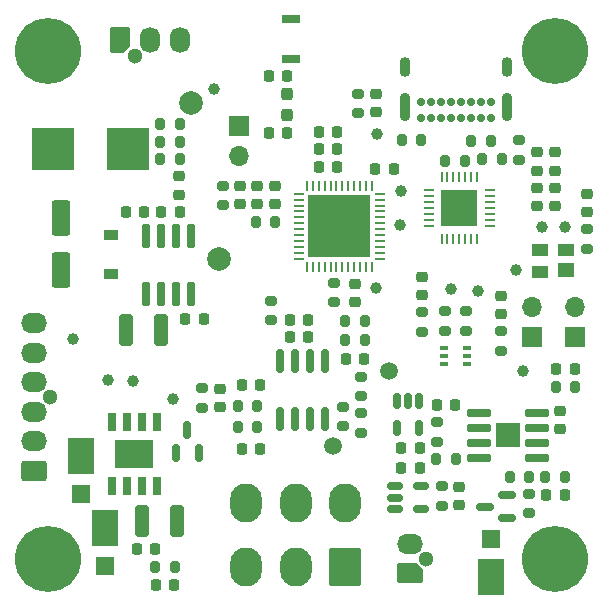
<source format=gbr>
%TF.GenerationSoftware,KiCad,Pcbnew,(6.0.2)*%
%TF.CreationDate,2022-07-13T14:29:09+01:00*%
%TF.ProjectId,Actuators Board,41637475-6174-46f7-9273-20426f617264,rev?*%
%TF.SameCoordinates,Original*%
%TF.FileFunction,Soldermask,Top*%
%TF.FilePolarity,Negative*%
%FSLAX46Y46*%
G04 Gerber Fmt 4.6, Leading zero omitted, Abs format (unit mm)*
G04 Created by KiCad (PCBNEW (6.0.2)) date 2022-07-13 14:29:09*
%MOMM*%
%LPD*%
G01*
G04 APERTURE LIST*
G04 Aperture macros list*
%AMRoundRect*
0 Rectangle with rounded corners*
0 $1 Rounding radius*
0 $2 $3 $4 $5 $6 $7 $8 $9 X,Y pos of 4 corners*
0 Add a 4 corners polygon primitive as box body*
4,1,4,$2,$3,$4,$5,$6,$7,$8,$9,$2,$3,0*
0 Add four circle primitives for the rounded corners*
1,1,$1+$1,$2,$3*
1,1,$1+$1,$4,$5*
1,1,$1+$1,$6,$7*
1,1,$1+$1,$8,$9*
0 Add four rect primitives between the rounded corners*
20,1,$1+$1,$2,$3,$4,$5,0*
20,1,$1+$1,$4,$5,$6,$7,0*
20,1,$1+$1,$6,$7,$8,$9,0*
20,1,$1+$1,$8,$9,$2,$3,0*%
%AMFreePoly0*
4,1,23,0.945671,0.830970,1.026777,0.776777,1.080970,0.695671,1.100000,0.600000,1.100000,-0.600000,1.080970,-0.695671,1.026777,-0.776777,0.945671,-0.830970,0.850000,-0.850000,-0.450000,-0.850000,-0.545671,-0.830970,-0.626777,-0.776777,-0.626779,-0.776774,-1.026777,-0.376777,-1.080970,-0.295671,-1.100000,-0.200000,-1.100000,0.600000,-1.080970,0.695671,-1.026777,0.776777,-0.945671,0.830970,
-0.850000,0.850000,0.850000,0.850000,0.945671,0.830970,0.945671,0.830970,$1*%
G04 Aperture macros list end*
%ADD10R,1.700000X1.700000*%
%ADD11O,1.700000X1.700000*%
%ADD12C,2.000000*%
%ADD13RoundRect,0.200000X0.200000X0.275000X-0.200000X0.275000X-0.200000X-0.275000X0.200000X-0.275000X0*%
%ADD14RoundRect,0.200000X-0.200000X-0.275000X0.200000X-0.275000X0.200000X0.275000X-0.200000X0.275000X0*%
%ADD15C,1.000000*%
%ADD16C,5.600000*%
%ADD17RoundRect,0.200000X-0.275000X0.200000X-0.275000X-0.200000X0.275000X-0.200000X0.275000X0.200000X0*%
%ADD18R,1.520000X1.500000*%
%ADD19R,2.200000X3.100000*%
%ADD20RoundRect,0.237500X0.237500X-0.287500X0.237500X0.287500X-0.237500X0.287500X-0.237500X-0.287500X0*%
%ADD21RoundRect,0.250000X-0.325000X-1.100000X0.325000X-1.100000X0.325000X1.100000X-0.325000X1.100000X0*%
%ADD22RoundRect,0.225000X0.225000X0.250000X-0.225000X0.250000X-0.225000X-0.250000X0.225000X-0.250000X0*%
%ADD23RoundRect,0.200000X0.275000X-0.200000X0.275000X0.200000X-0.275000X0.200000X-0.275000X-0.200000X0*%
%ADD24RoundRect,0.225000X-0.225000X-0.250000X0.225000X-0.250000X0.225000X0.250000X-0.225000X0.250000X0*%
%ADD25R,0.700000X1.525000*%
%ADD26R,3.200000X2.400000*%
%ADD27C,1.300000*%
%ADD28RoundRect,0.250000X0.850000X0.600000X-0.850000X0.600000X-0.850000X-0.600000X0.850000X-0.600000X0*%
%ADD29O,2.200000X1.700000*%
%ADD30RoundRect,0.250000X-0.550000X1.250000X-0.550000X-1.250000X0.550000X-1.250000X0.550000X1.250000X0*%
%ADD31RoundRect,0.250001X1.099999X1.399999X-1.099999X1.399999X-1.099999X-1.399999X1.099999X-1.399999X0*%
%ADD32O,2.700000X3.300000*%
%ADD33RoundRect,0.225000X-0.250000X0.225000X-0.250000X-0.225000X0.250000X-0.225000X0.250000X0.225000X0*%
%ADD34RoundRect,0.150000X0.587500X0.150000X-0.587500X0.150000X-0.587500X-0.150000X0.587500X-0.150000X0*%
%ADD35RoundRect,0.218750X-0.218750X-0.256250X0.218750X-0.256250X0.218750X0.256250X-0.218750X0.256250X0*%
%ADD36RoundRect,0.218750X-0.256250X0.218750X-0.256250X-0.218750X0.256250X-0.218750X0.256250X0.218750X0*%
%ADD37RoundRect,0.150000X-0.512500X-0.150000X0.512500X-0.150000X0.512500X0.150000X-0.512500X0.150000X0*%
%ADD38C,0.700000*%
%ADD39O,0.900000X1.700000*%
%ADD40O,0.900000X2.400000*%
%ADD41RoundRect,0.225000X0.250000X-0.225000X0.250000X0.225000X-0.250000X0.225000X-0.250000X-0.225000X0*%
%ADD42RoundRect,0.218750X0.256250X-0.218750X0.256250X0.218750X-0.256250X0.218750X-0.256250X-0.218750X0*%
%ADD43C,1.500000*%
%ADD44RoundRect,0.042000X0.258000X-0.943000X0.258000X0.943000X-0.258000X0.943000X-0.258000X-0.943000X0*%
%ADD45R,1.200000X0.900000*%
%ADD46RoundRect,0.042000X0.943000X0.258000X-0.943000X0.258000X-0.943000X-0.258000X0.943000X-0.258000X0*%
%ADD47R,2.150000X2.150000*%
%ADD48RoundRect,0.250000X0.325000X1.100000X-0.325000X1.100000X-0.325000X-1.100000X0.325000X-1.100000X0*%
%ADD49RoundRect,0.150000X-0.150000X0.825000X-0.150000X-0.825000X0.150000X-0.825000X0.150000X0.825000X0*%
%ADD50FreePoly0,90.000000*%
%ADD51O,1.700000X2.200000*%
%ADD52R,0.650000X0.400000*%
%ADD53RoundRect,0.150000X-0.150000X0.512500X-0.150000X-0.512500X0.150000X-0.512500X0.150000X0.512500X0*%
%ADD54R,0.900000X0.254000*%
%ADD55R,0.254000X0.900000*%
%ADD56R,3.100000X3.100000*%
%ADD57RoundRect,0.062500X-0.337500X-0.062500X0.337500X-0.062500X0.337500X0.062500X-0.337500X0.062500X0*%
%ADD58RoundRect,0.062500X-0.062500X-0.337500X0.062500X-0.337500X0.062500X0.337500X-0.062500X0.337500X0*%
%ADD59R,5.300000X5.300000*%
%ADD60R,1.600000X0.800000*%
%ADD61R,3.600000X3.600000*%
%ADD62RoundRect,0.150000X0.150000X-0.587500X0.150000X0.587500X-0.150000X0.587500X-0.150000X-0.587500X0*%
%ADD63R,1.400000X1.200000*%
%ADD64R,1.400000X1.000000*%
%ADD65FreePoly0,180.000000*%
G04 APERTURE END LIST*
D10*
%TO.C,J6*%
X74670000Y-39830000D03*
D11*
X74670000Y-42370000D03*
%TD*%
D12*
%TO.C,TP14*%
X72980000Y-51060000D03*
%TD*%
D13*
%TO.C,R13*%
X102300000Y-69500000D03*
X100650000Y-69500000D03*
%TD*%
D14*
%TO.C,R4*%
X67625000Y-77150000D03*
X69275000Y-77150000D03*
%TD*%
D15*
%TO.C,TP24*%
X69120000Y-62910000D03*
%TD*%
D16*
%TO.C,H1*%
X58500000Y-76500000D03*
%TD*%
D17*
%TO.C,R27*%
X77450000Y-54625000D03*
X77450000Y-56275000D03*
%TD*%
D18*
%TO.C,D11*%
X63360000Y-77070000D03*
D19*
X63360000Y-73850000D03*
%TD*%
D20*
%TO.C,L1*%
X78775000Y-38875000D03*
X78775000Y-37125000D03*
%TD*%
D21*
%TO.C,C7*%
X66500000Y-73237500D03*
X69450000Y-73237500D03*
%TD*%
D14*
%TO.C,R3*%
X95325000Y-42590000D03*
X96975000Y-42590000D03*
%TD*%
D22*
%TO.C,C5*%
X83025000Y-41800000D03*
X81475000Y-41800000D03*
%TD*%
D17*
%TO.C,R35*%
X85040000Y-64135000D03*
X85040000Y-65785000D03*
%TD*%
D23*
%TO.C,R28*%
X83550000Y-65225000D03*
X83550000Y-63575000D03*
%TD*%
D24*
%TO.C,C36*%
X74950000Y-67200000D03*
X76500000Y-67200000D03*
%TD*%
D25*
%TO.C,IC1*%
X63920000Y-70262000D03*
X65190000Y-70262000D03*
X66460000Y-70262000D03*
X67730000Y-70262000D03*
X67730000Y-64838000D03*
X66460000Y-64838000D03*
X65190000Y-64838000D03*
X63920000Y-64838000D03*
D26*
X65825000Y-67550000D03*
%TD*%
D27*
%TO.C,J5*%
X58710000Y-62750000D03*
D28*
X57370000Y-69000000D03*
D29*
X57370000Y-66500000D03*
X57370000Y-64000000D03*
X57370000Y-61500000D03*
X57370000Y-59000000D03*
X57370000Y-56500000D03*
%TD*%
D15*
%TO.C,TP16*%
X65700000Y-61425000D03*
%TD*%
D14*
%TO.C,R30*%
X74615000Y-63520000D03*
X76265000Y-63520000D03*
%TD*%
D15*
%TO.C,TP4*%
X94970000Y-53760229D03*
%TD*%
D30*
%TO.C,C19*%
X59675000Y-47575000D03*
X59675000Y-51975000D03*
%TD*%
D23*
%TO.C,R31*%
X73340000Y-46505000D03*
X73340000Y-44855000D03*
%TD*%
%TO.C,R10*%
X84750000Y-38725000D03*
X84750000Y-37075000D03*
%TD*%
D17*
%TO.C,R26*%
X82750000Y-53100000D03*
X82750000Y-54750000D03*
%TD*%
D31*
%TO.C,J1*%
X83725000Y-77190000D03*
D32*
X79525000Y-77190000D03*
X75325000Y-77190000D03*
X83725000Y-71690000D03*
X79525000Y-71690000D03*
X75325000Y-71690000D03*
%TD*%
D33*
%TO.C,C10*%
X99980000Y-42045000D03*
X99980000Y-43595000D03*
%TD*%
D34*
%TO.C,Q2*%
X97387500Y-72987500D03*
X97387500Y-71087500D03*
X95512500Y-72037500D03*
%TD*%
D22*
%TO.C,C11*%
X78775000Y-40425000D03*
X77225000Y-40425000D03*
%TD*%
D24*
%TO.C,C6*%
X70167039Y-56172038D03*
X71717039Y-56172038D03*
%TD*%
D35*
%TO.C,24VLED1*%
X67662500Y-78650000D03*
X69237500Y-78650000D03*
%TD*%
D36*
%TO.C,3V3LED1*%
X93362500Y-70337500D03*
X93362500Y-71912500D03*
%TD*%
D37*
%TO.C,U5*%
X87887500Y-70325000D03*
X87887500Y-71275000D03*
X87887500Y-72225000D03*
X90162500Y-72225000D03*
X90162500Y-70325000D03*
%TD*%
D24*
%TO.C,C34*%
X79015000Y-57700000D03*
X80565000Y-57700000D03*
%TD*%
D36*
%TO.C,TXLED1*%
X90205000Y-52585000D03*
X90205000Y-54160000D03*
%TD*%
D14*
%TO.C,R7*%
X83725000Y-57970000D03*
X85375000Y-57970000D03*
%TD*%
D18*
%TO.C,D9*%
X96075000Y-74790000D03*
D19*
X96075000Y-78010000D03*
%TD*%
D38*
%TO.C,J3*%
X96085000Y-39165000D03*
X95235000Y-39165000D03*
X94385000Y-39165000D03*
X93535000Y-39165000D03*
X92685000Y-39165000D03*
X91835000Y-39165000D03*
X90985000Y-39165000D03*
X90135000Y-39165000D03*
X90135000Y-37815000D03*
X90985000Y-37815000D03*
X91835000Y-37815000D03*
X92685000Y-37815000D03*
X93535000Y-37815000D03*
X94385000Y-37815000D03*
X95235000Y-37815000D03*
X96085000Y-37815000D03*
D39*
X97435000Y-34805000D03*
D40*
X97435000Y-38185000D03*
X88785000Y-38185000D03*
D39*
X88785000Y-34805000D03*
%TD*%
D17*
%TO.C,R24*%
X91500000Y-64875000D03*
X91500000Y-66525000D03*
%TD*%
D41*
%TO.C,C1*%
X96890855Y-55730000D03*
X96890855Y-54180000D03*
%TD*%
D13*
%TO.C,R16*%
X90143540Y-41007319D03*
X88493540Y-41007319D03*
%TD*%
D23*
%TO.C,R34*%
X85040000Y-62705000D03*
X85040000Y-61055000D03*
%TD*%
D42*
%TO.C,RXLED1*%
X86350000Y-38662500D03*
X86350000Y-37087500D03*
%TD*%
D13*
%TO.C,R20*%
X69712039Y-42628088D03*
X68062039Y-42628088D03*
%TD*%
D18*
%TO.C,D10*%
X61300000Y-70960000D03*
D19*
X61300000Y-67740000D03*
%TD*%
D23*
%TO.C,R14*%
X91862500Y-71950000D03*
X91862500Y-70300000D03*
%TD*%
D14*
%TO.C,R22*%
X68062039Y-39627038D03*
X69712039Y-39627038D03*
%TD*%
D23*
%TO.C,R21*%
X99231049Y-72585418D03*
X99231049Y-70935418D03*
%TD*%
D16*
%TO.C,H2*%
X101500000Y-33500000D03*
%TD*%
D23*
%TO.C,R2*%
X93890000Y-57150229D03*
X93890000Y-55500229D03*
%TD*%
D17*
%TO.C,R6*%
X98440000Y-41005000D03*
X98440000Y-42655000D03*
%TD*%
D43*
%TO.C,J7*%
X87400000Y-60560000D03*
%TD*%
D36*
%TO.C,USBLED1*%
X104170000Y-45535000D03*
X104170000Y-47110000D03*
%TD*%
D15*
%TO.C,TP11*%
X88410000Y-45340000D03*
%TD*%
D22*
%TO.C,C17*%
X67625000Y-75637500D03*
X66075000Y-75637500D03*
%TD*%
%TO.C,C22*%
X90012500Y-68775000D03*
X88462500Y-68775000D03*
%TD*%
D44*
%TO.C,U2*%
X66835000Y-54055019D03*
X68105000Y-54055019D03*
X69375000Y-54055019D03*
X70645000Y-54055019D03*
X70645000Y-49115019D03*
X69375000Y-49115019D03*
X68105000Y-49115019D03*
X66835000Y-49115019D03*
%TD*%
D45*
%TO.C,D8*%
X63837039Y-49077038D03*
X63837039Y-52377038D03*
%TD*%
D24*
%TO.C,C37*%
X74950000Y-61750000D03*
X76500000Y-61750000D03*
%TD*%
D15*
%TO.C,TP1*%
X92630000Y-53610229D03*
%TD*%
%TO.C,TP3*%
X63625000Y-61325000D03*
%TD*%
D46*
%TO.C,U6*%
X99960000Y-67905000D03*
X99960000Y-66635000D03*
X99960000Y-65365000D03*
X99960000Y-64095000D03*
X95020000Y-64095000D03*
X95020000Y-65365000D03*
X95020000Y-66635000D03*
X95020000Y-67905000D03*
D47*
X97490000Y-66000000D03*
%TD*%
D22*
%TO.C,C23*%
X90000000Y-67075000D03*
X88450000Y-67075000D03*
%TD*%
D15*
%TO.C,TP18*%
X98150000Y-52000000D03*
%TD*%
D10*
%TO.C,BOOTJUMPER1*%
X103150000Y-57700000D03*
D11*
X103150000Y-55160000D03*
%TD*%
D48*
%TO.C,C14*%
X68100000Y-57042519D03*
X65150000Y-57042519D03*
%TD*%
D15*
%TO.C,TP5*%
X98715855Y-60580000D03*
%TD*%
D49*
%TO.C,U4*%
X81980000Y-59700000D03*
X80710000Y-59700000D03*
X79440000Y-59700000D03*
X78170000Y-59700000D03*
X78170000Y-64650000D03*
X79440000Y-64650000D03*
X80710000Y-64650000D03*
X81980000Y-64650000D03*
%TD*%
D10*
%TO.C,ENJUMPER1*%
X99530855Y-57700000D03*
D11*
X99530855Y-55160000D03*
%TD*%
D15*
%TO.C,TP13*%
X88370000Y-48190000D03*
%TD*%
D23*
%TO.C,R33*%
X71575000Y-63675000D03*
X71575000Y-62025000D03*
%TD*%
D24*
%TO.C,C33*%
X79015000Y-56200000D03*
X80565000Y-56200000D03*
%TD*%
D14*
%TO.C,R32*%
X76135000Y-47920000D03*
X77785000Y-47920000D03*
%TD*%
%TO.C,R15*%
X94384388Y-41097834D03*
X96034388Y-41097834D03*
%TD*%
D27*
%TO.C,J4*%
X65925000Y-33865000D03*
D50*
X64675000Y-32525000D03*
D51*
X67175000Y-32525000D03*
X69675000Y-32525000D03*
%TD*%
D23*
%TO.C,R5*%
X96890855Y-58840000D03*
X96890855Y-57190000D03*
%TD*%
D14*
%TO.C,R9*%
X101530855Y-61950000D03*
X103180855Y-61950000D03*
%TD*%
D52*
%TO.C,Q1*%
X92090000Y-58650229D03*
X92090000Y-59300229D03*
X92090000Y-59950229D03*
X93990000Y-59950229D03*
X93990000Y-59300229D03*
X93990000Y-58650229D03*
%TD*%
D22*
%TO.C,C26*%
X83025000Y-40300000D03*
X81475000Y-40300000D03*
%TD*%
D53*
%TO.C,U7*%
X89950000Y-63087500D03*
X89000000Y-63087500D03*
X88050000Y-63087500D03*
X88050000Y-65362500D03*
X89950000Y-65362500D03*
%TD*%
D13*
%TO.C,R12*%
X99300000Y-69500000D03*
X97650000Y-69500000D03*
%TD*%
D33*
%TO.C,C30*%
X84510000Y-53175000D03*
X84510000Y-54725000D03*
%TD*%
D16*
%TO.C,H3*%
X101500000Y-76500000D03*
%TD*%
D54*
%TO.C,U3*%
X95953250Y-48250000D03*
X95953250Y-47750000D03*
X95953250Y-47250000D03*
X95953250Y-46750000D03*
X95953250Y-46250000D03*
X95953250Y-45750000D03*
X95953250Y-45250000D03*
D55*
X94863250Y-44160000D03*
X94363250Y-44160000D03*
X93863250Y-44160000D03*
X93363250Y-44160000D03*
X92863250Y-44160000D03*
X92363250Y-44160000D03*
X91863250Y-44160000D03*
D54*
X90773250Y-45250000D03*
X90773250Y-45750000D03*
X90773250Y-46250000D03*
X90773250Y-46750000D03*
X90773250Y-47250000D03*
X90773250Y-47750000D03*
X90773250Y-48250000D03*
D55*
X91863250Y-49340000D03*
X92363250Y-49340000D03*
X92863250Y-49340000D03*
X93363250Y-49340000D03*
X93863250Y-49340000D03*
X94363250Y-49340000D03*
X94863250Y-49340000D03*
D56*
X93363250Y-46750000D03*
%TD*%
D15*
%TO.C,TP17*%
X100370000Y-48360000D03*
%TD*%
D22*
%TO.C,C3*%
X103130855Y-60425000D03*
X101580855Y-60425000D03*
%TD*%
D23*
%TO.C,R11*%
X90200000Y-57225000D03*
X90200000Y-55575000D03*
%TD*%
D57*
%TO.C,U1*%
X79760000Y-45550000D03*
X79760000Y-46050000D03*
X79760000Y-46550000D03*
X79760000Y-47050000D03*
X79760000Y-47550000D03*
X79760000Y-48050000D03*
X79760000Y-48550000D03*
X79760000Y-49050000D03*
X79760000Y-49550000D03*
X79760000Y-50050000D03*
X79760000Y-50550000D03*
X79760000Y-51050000D03*
D58*
X80460000Y-51750000D03*
X80960000Y-51750000D03*
X81460000Y-51750000D03*
X81960000Y-51750000D03*
X82460000Y-51750000D03*
X82960000Y-51750000D03*
X83460000Y-51750000D03*
X83960000Y-51750000D03*
X84460000Y-51750000D03*
X84960000Y-51750000D03*
X85460000Y-51750000D03*
X85960000Y-51750000D03*
D57*
X86660000Y-51050000D03*
X86660000Y-50550000D03*
X86660000Y-50050000D03*
X86660000Y-49550000D03*
X86660000Y-49050000D03*
X86660000Y-48550000D03*
X86660000Y-48050000D03*
X86660000Y-47550000D03*
X86660000Y-47050000D03*
X86660000Y-46550000D03*
X86660000Y-46050000D03*
X86660000Y-45550000D03*
D58*
X85960000Y-44850000D03*
X85460000Y-44850000D03*
X84960000Y-44850000D03*
X84460000Y-44850000D03*
X83960000Y-44850000D03*
X83460000Y-44850000D03*
X82960000Y-44850000D03*
X82460000Y-44850000D03*
X81960000Y-44850000D03*
X81460000Y-44850000D03*
X80960000Y-44850000D03*
X80460000Y-44850000D03*
D59*
X83210000Y-48300000D03*
%TD*%
D15*
%TO.C,TP19*%
X102330000Y-48390000D03*
%TD*%
D41*
%TO.C,C15*%
X69637039Y-45627038D03*
X69637039Y-44077038D03*
%TD*%
D60*
%TO.C,ANT1*%
X79086934Y-34147578D03*
X79086934Y-30747578D03*
%TD*%
D15*
%TO.C,TP2*%
X60675000Y-57850000D03*
%TD*%
D43*
%TO.C,J8*%
X82680000Y-66920000D03*
%TD*%
D22*
%TO.C,C2*%
X85325000Y-59520000D03*
X83775000Y-59520000D03*
%TD*%
D35*
%TO.C,SolLED1*%
X100737500Y-71025000D03*
X102312500Y-71025000D03*
%TD*%
D15*
%TO.C,TP12*%
X72630000Y-36670000D03*
%TD*%
%TO.C,TP10*%
X86400000Y-40450000D03*
%TD*%
D12*
%TO.C,TP15*%
X70675000Y-37844000D03*
%TD*%
D14*
%TO.C,R8*%
X83725000Y-56350000D03*
X85375000Y-56350000D03*
%TD*%
%TO.C,R25*%
X91425000Y-67975000D03*
X93075000Y-67975000D03*
%TD*%
D22*
%TO.C,C13*%
X69682563Y-47087409D03*
X68132563Y-47087409D03*
%TD*%
D23*
%TO.C,R18*%
X104170000Y-50215000D03*
X104170000Y-48565000D03*
%TD*%
D16*
%TO.C,H4*%
X58500000Y-33500000D03*
%TD*%
D24*
%TO.C,C31*%
X86250000Y-43420000D03*
X87800000Y-43420000D03*
%TD*%
D61*
%TO.C,L2*%
X65350000Y-41775000D03*
X58950000Y-41775000D03*
%TD*%
D41*
%TO.C,C28*%
X76260000Y-46455000D03*
X76260000Y-44905000D03*
%TD*%
D22*
%TO.C,C12*%
X78800000Y-35575000D03*
X77250000Y-35575000D03*
%TD*%
D15*
%TO.C,TP9*%
X86300000Y-53555000D03*
%TD*%
D41*
%TO.C,C18*%
X101490000Y-46605000D03*
X101490000Y-45055000D03*
%TD*%
%TO.C,C27*%
X74800000Y-46455000D03*
X74800000Y-44905000D03*
%TD*%
D62*
%TO.C,D12*%
X69400000Y-67462500D03*
X71300000Y-67462500D03*
X70350000Y-65587500D03*
%TD*%
D63*
%TO.C,D4*%
X102400000Y-52020000D03*
D64*
X102400000Y-50300000D03*
X100200000Y-50300000D03*
X100200000Y-52200000D03*
%TD*%
D23*
%TO.C,R1*%
X92170000Y-57140229D03*
X92170000Y-55490229D03*
%TD*%
D13*
%TO.C,R29*%
X76265000Y-65300000D03*
X74615000Y-65300000D03*
%TD*%
D22*
%TO.C,C4*%
X83025000Y-43300000D03*
X81475000Y-43300000D03*
%TD*%
D13*
%TO.C,R23*%
X69712662Y-41128088D03*
X68062662Y-41128088D03*
%TD*%
D41*
%TO.C,C9*%
X99980000Y-46605000D03*
X99980000Y-45055000D03*
%TD*%
D27*
%TO.C,J2*%
X90540000Y-76450000D03*
D65*
X89200000Y-77700000D03*
D29*
X89200000Y-75200000D03*
%TD*%
D41*
%TO.C,C35*%
X73075000Y-63625000D03*
X73075000Y-62075000D03*
%TD*%
D14*
%TO.C,R17*%
X92188828Y-42745110D03*
X93838828Y-42745110D03*
%TD*%
D22*
%TO.C,C25*%
X93025000Y-63425000D03*
X91475000Y-63425000D03*
%TD*%
D33*
%TO.C,C8*%
X101490000Y-42045000D03*
X101490000Y-43595000D03*
%TD*%
D41*
%TO.C,C29*%
X77720000Y-46455000D03*
X77720000Y-44905000D03*
%TD*%
D24*
%TO.C,C16*%
X65117110Y-47084757D03*
X66667110Y-47084757D03*
%TD*%
D33*
%TO.C,C20*%
X101930000Y-63945000D03*
X101930000Y-65495000D03*
%TD*%
M02*

</source>
